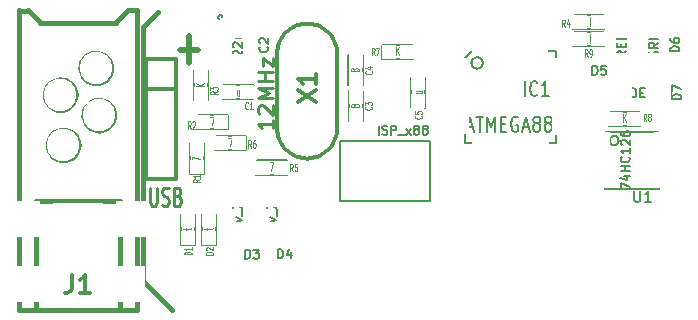
<source format=gto>
G04 (created by PCBNEW-RS274X (2011-11-27 BZR 3249)-stable) date 13/09/2012 10:30:00 a.m.*
G01*
G70*
G90*
%MOIN*%
G04 Gerber Fmt 3.4, Leading zero omitted, Abs format*
%FSLAX34Y34*%
G04 APERTURE LIST*
%ADD10C,0.006000*%
%ADD11C,0.019700*%
%ADD12C,0.015000*%
%ADD13C,0.005000*%
%ADD14C,0.008000*%
%ADD15C,0.012500*%
%ADD16C,0.012000*%
%ADD17C,0.005900*%
%ADD18C,0.007100*%
%ADD19C,0.009800*%
%ADD20C,0.010000*%
%ADD21C,0.003900*%
%ADD22C,0.004500*%
%ADD23R,0.075000X0.037000*%
%ADD24C,0.055400*%
%ADD25R,0.098700X0.118400*%
%ADD26R,0.039700X0.110600*%
%ADD27C,0.108600*%
%ADD28C,0.197500*%
%ADD29C,0.173900*%
%ADD30C,0.076000*%
%ADD31R,0.080000X0.080000*%
%ADD32C,0.080000*%
%ADD33R,0.051500X0.045000*%
%ADD34R,0.100000X0.080000*%
%ADD35R,0.080000X0.100000*%
%ADD36R,0.120000X0.070000*%
%ADD37R,0.098700X0.037700*%
%ADD38R,0.037700X0.098700*%
%ADD39R,0.045000X0.051500*%
G04 APERTURE END LIST*
G54D10*
G54D11*
X06157Y-01563D02*
X06757Y-01563D01*
X06457Y-02013D02*
X06457Y-01113D01*
G54D12*
X04921Y-00787D02*
X05413Y-00295D01*
X04921Y-09252D02*
X04921Y-00787D01*
X05906Y-10236D02*
X04922Y-09252D01*
X04428Y-00235D02*
X04724Y-00235D01*
X04035Y-00629D02*
X04428Y-00236D01*
X01476Y-00668D02*
X04035Y-00668D01*
X01083Y-00236D02*
X01476Y-00629D01*
X00787Y-00276D02*
X01083Y-00276D01*
X00788Y-10236D02*
X00788Y-00235D01*
X04725Y-10236D02*
X00788Y-10236D01*
X04724Y-00235D02*
X04724Y-10236D01*
G54D13*
X20778Y-04582D02*
X20775Y-04611D01*
X20766Y-04639D01*
X20752Y-04665D01*
X20734Y-04687D01*
X20711Y-04706D01*
X20686Y-04720D01*
X20658Y-04728D01*
X20629Y-04731D01*
X20600Y-04729D01*
X20572Y-04721D01*
X20546Y-04707D01*
X20524Y-04689D01*
X20505Y-04666D01*
X20491Y-04641D01*
X20482Y-04613D01*
X20479Y-04584D01*
X20481Y-04555D01*
X20489Y-04527D01*
X20502Y-04501D01*
X20521Y-04478D01*
X20543Y-04459D01*
X20568Y-04445D01*
X20596Y-04436D01*
X20625Y-04433D01*
X20654Y-04435D01*
X20682Y-04443D01*
X20708Y-04456D01*
X20731Y-04474D01*
X20750Y-04496D01*
X20765Y-04521D01*
X20774Y-04549D01*
X20777Y-04578D01*
X20778Y-04582D01*
G54D14*
X20328Y-04282D02*
X20328Y-06182D01*
X20328Y-06182D02*
X22128Y-06182D01*
X22128Y-06182D02*
X22128Y-04282D01*
X22128Y-04282D02*
X20328Y-04282D01*
G54D12*
X04154Y-06614D02*
X01358Y-06614D01*
X01358Y-06614D02*
X01358Y-10236D01*
X01358Y-10236D02*
X04154Y-10236D01*
X04154Y-10236D02*
X04154Y-06614D01*
X02677Y-03053D02*
X02667Y-03152D01*
X02638Y-03247D01*
X02591Y-03335D01*
X02528Y-03413D01*
X02451Y-03476D01*
X02364Y-03524D01*
X02268Y-03553D01*
X02169Y-03563D01*
X02071Y-03554D01*
X01975Y-03526D01*
X01887Y-03480D01*
X01809Y-03418D01*
X01745Y-03341D01*
X01697Y-03254D01*
X01667Y-03159D01*
X01656Y-03060D01*
X01664Y-02961D01*
X01691Y-02865D01*
X01737Y-02777D01*
X01799Y-02699D01*
X01875Y-02634D01*
X01962Y-02585D01*
X02057Y-02554D01*
X02156Y-02543D01*
X02254Y-02550D01*
X02350Y-02577D01*
X02439Y-02622D01*
X02518Y-02683D01*
X02583Y-02759D01*
X02632Y-02846D01*
X02664Y-02940D01*
X02676Y-03039D01*
X02677Y-03053D01*
G54D15*
X11398Y-04182D02*
X11398Y-01682D01*
X09398Y-04182D02*
X09398Y-01682D01*
X10398Y-00682D02*
X10311Y-00686D01*
X10225Y-00698D01*
X10140Y-00717D01*
X10056Y-00743D01*
X09976Y-00776D01*
X09899Y-00816D01*
X09825Y-00863D01*
X09756Y-00916D01*
X09691Y-00975D01*
X09632Y-01040D01*
X09579Y-01109D01*
X09532Y-01183D01*
X09492Y-01260D01*
X09459Y-01340D01*
X09433Y-01424D01*
X09414Y-01509D01*
X09402Y-01595D01*
X09398Y-01682D01*
X11398Y-01682D02*
X11394Y-01595D01*
X11382Y-01509D01*
X11363Y-01424D01*
X11337Y-01340D01*
X11304Y-01260D01*
X11264Y-01183D01*
X11217Y-01109D01*
X11164Y-01040D01*
X11105Y-00975D01*
X11040Y-00916D01*
X10971Y-00863D01*
X10898Y-00816D01*
X10820Y-00776D01*
X10740Y-00743D01*
X10656Y-00717D01*
X10571Y-00698D01*
X10485Y-00686D01*
X10398Y-00682D01*
X09398Y-04182D02*
X09402Y-04269D01*
X09414Y-04355D01*
X09433Y-04440D01*
X09459Y-04524D01*
X09492Y-04604D01*
X09532Y-04681D01*
X09579Y-04755D01*
X09632Y-04824D01*
X09691Y-04889D01*
X09756Y-04948D01*
X09825Y-05001D01*
X09899Y-05048D01*
X09976Y-05088D01*
X10056Y-05121D01*
X10140Y-05147D01*
X10225Y-05166D01*
X10311Y-05178D01*
X10398Y-05182D01*
X10398Y-05182D02*
X10485Y-05178D01*
X10571Y-05166D01*
X10656Y-05147D01*
X10740Y-05121D01*
X10820Y-05088D01*
X10898Y-05048D01*
X10971Y-05001D01*
X11040Y-04948D01*
X11105Y-04889D01*
X11164Y-04824D01*
X11217Y-04755D01*
X11264Y-04681D01*
X11304Y-04604D01*
X11337Y-04524D01*
X11363Y-04440D01*
X11382Y-04355D01*
X11394Y-04269D01*
X11398Y-04182D01*
G54D14*
X14478Y-06592D02*
X11478Y-06592D01*
X11478Y-04592D02*
X14478Y-04592D01*
X14478Y-04592D02*
X14478Y-06592D01*
X11478Y-06592D02*
X11478Y-04592D01*
G54D16*
X06038Y-01852D02*
X06038Y-01852D01*
X05038Y-01852D02*
X06038Y-01852D01*
X06038Y-01852D02*
X06038Y-01852D01*
X06038Y-01852D02*
X06038Y-05852D01*
X06038Y-05852D02*
X05038Y-05852D01*
X05038Y-05852D02*
X05038Y-01852D01*
X05038Y-02852D02*
X06038Y-02852D01*
G54D12*
X02775Y-04726D02*
X02765Y-04825D01*
X02736Y-04920D01*
X02689Y-05008D01*
X02626Y-05086D01*
X02549Y-05149D01*
X02462Y-05197D01*
X02366Y-05226D01*
X02267Y-05236D01*
X02169Y-05227D01*
X02073Y-05199D01*
X01985Y-05153D01*
X01907Y-05091D01*
X01843Y-05014D01*
X01795Y-04927D01*
X01765Y-04832D01*
X01754Y-04733D01*
X01762Y-04634D01*
X01789Y-04538D01*
X01835Y-04450D01*
X01897Y-04372D01*
X01973Y-04307D01*
X02060Y-04258D01*
X02155Y-04227D01*
X02254Y-04216D01*
X02352Y-04223D01*
X02448Y-04250D01*
X02537Y-04295D01*
X02616Y-04356D01*
X02681Y-04432D01*
X02730Y-04519D01*
X02762Y-04613D01*
X02774Y-04712D01*
X02775Y-04726D01*
X03956Y-03742D02*
X03946Y-03841D01*
X03917Y-03936D01*
X03870Y-04024D01*
X03807Y-04102D01*
X03730Y-04165D01*
X03643Y-04213D01*
X03547Y-04242D01*
X03448Y-04252D01*
X03350Y-04243D01*
X03254Y-04215D01*
X03166Y-04169D01*
X03088Y-04107D01*
X03024Y-04030D01*
X02976Y-03943D01*
X02946Y-03848D01*
X02935Y-03749D01*
X02943Y-03650D01*
X02970Y-03554D01*
X03016Y-03466D01*
X03078Y-03388D01*
X03154Y-03323D01*
X03241Y-03274D01*
X03336Y-03243D01*
X03435Y-03232D01*
X03533Y-03239D01*
X03629Y-03266D01*
X03718Y-03311D01*
X03797Y-03372D01*
X03862Y-03448D01*
X03911Y-03535D01*
X03943Y-03629D01*
X03955Y-03728D01*
X03956Y-03742D01*
X03858Y-02167D02*
X03848Y-02266D01*
X03819Y-02361D01*
X03772Y-02449D01*
X03709Y-02527D01*
X03632Y-02590D01*
X03545Y-02638D01*
X03449Y-02667D01*
X03350Y-02677D01*
X03252Y-02668D01*
X03156Y-02640D01*
X03068Y-02594D01*
X02990Y-02532D01*
X02926Y-02455D01*
X02878Y-02368D01*
X02848Y-02273D01*
X02837Y-02174D01*
X02845Y-02075D01*
X02872Y-01979D01*
X02918Y-01891D01*
X02980Y-01813D01*
X03056Y-01748D01*
X03143Y-01699D01*
X03238Y-01668D01*
X03337Y-01657D01*
X03435Y-01664D01*
X03531Y-01691D01*
X03620Y-01736D01*
X03699Y-01797D01*
X03764Y-01873D01*
X03813Y-01960D01*
X03845Y-02054D01*
X03857Y-02153D01*
X03858Y-02167D01*
G54D17*
X06644Y-07178D02*
X06211Y-07178D01*
G54D13*
X06654Y-08054D02*
X06654Y-07050D01*
X06182Y-07030D02*
X06182Y-08054D01*
X06182Y-08054D02*
X06654Y-08054D01*
X06186Y-07041D02*
X06646Y-07041D01*
G54D17*
X07364Y-07178D02*
X06931Y-07178D01*
G54D13*
X07374Y-08054D02*
X07374Y-07050D01*
X06902Y-07030D02*
X06902Y-08054D01*
X06902Y-08054D02*
X07374Y-08054D01*
X06906Y-07041D02*
X07366Y-07041D01*
G54D18*
X08531Y-06265D02*
X07665Y-06265D01*
G54D13*
X07638Y-08052D02*
X08538Y-08052D01*
X08538Y-08052D02*
X08538Y-07402D01*
X07638Y-06702D02*
X07638Y-06052D01*
X07638Y-06052D02*
X08538Y-06052D01*
X08538Y-06052D02*
X08538Y-06702D01*
X07638Y-07402D02*
X07638Y-08052D01*
G54D18*
X09671Y-06255D02*
X08815Y-06255D01*
G54D13*
X08788Y-08052D02*
X09688Y-08052D01*
X09688Y-08052D02*
X09688Y-07402D01*
X08788Y-06702D02*
X08788Y-06052D01*
X08788Y-06052D02*
X09688Y-06052D01*
X09688Y-06052D02*
X09688Y-06702D01*
X08788Y-07402D02*
X08788Y-08052D01*
G54D18*
X22236Y-03436D02*
X22236Y-02609D01*
G54D13*
X20488Y-02572D02*
X20488Y-03472D01*
X20488Y-03472D02*
X21138Y-03472D01*
X21838Y-02572D02*
X22488Y-02572D01*
X22488Y-02572D02*
X22488Y-03472D01*
X22488Y-03472D02*
X21838Y-03472D01*
X21138Y-02572D02*
X20488Y-02572D01*
G54D18*
X21525Y-02199D02*
X22401Y-02199D01*
G54D13*
X22418Y-00402D02*
X21518Y-00402D01*
X21518Y-00402D02*
X21518Y-01052D01*
X22418Y-01752D02*
X22418Y-02402D01*
X22418Y-02402D02*
X21518Y-02402D01*
X21518Y-02402D02*
X21518Y-01752D01*
X22418Y-01052D02*
X22418Y-00402D01*
G54D18*
X20465Y-02209D02*
X21341Y-02209D01*
G54D13*
X21358Y-00402D02*
X20458Y-00402D01*
X20458Y-00402D02*
X20458Y-01052D01*
X21358Y-01752D02*
X21358Y-02402D01*
X21358Y-02402D02*
X20458Y-02402D01*
X20458Y-02402D02*
X20458Y-01752D01*
X21358Y-01052D02*
X21358Y-00402D01*
X07568Y-00472D02*
X07566Y-00485D01*
X07562Y-00498D01*
X07556Y-00510D01*
X07547Y-00521D01*
X07537Y-00530D01*
X07525Y-00536D01*
X07512Y-00540D01*
X07498Y-00541D01*
X07485Y-00540D01*
X07472Y-00536D01*
X07460Y-00530D01*
X07450Y-00522D01*
X07441Y-00511D01*
X07434Y-00499D01*
X07430Y-00486D01*
X07429Y-00472D01*
X07430Y-00460D01*
X07433Y-00447D01*
X07440Y-00435D01*
X07448Y-00424D01*
X07459Y-00415D01*
X07470Y-00408D01*
X07483Y-00404D01*
X07497Y-00403D01*
X07510Y-00404D01*
X07523Y-00407D01*
X07535Y-00413D01*
X07546Y-00422D01*
X07555Y-00432D01*
X07561Y-00444D01*
X07566Y-00457D01*
X07567Y-00471D01*
X07568Y-00472D01*
X08648Y-01122D02*
X08648Y-00522D01*
X08648Y-00522D02*
X07548Y-00522D01*
X07548Y-00522D02*
X07548Y-01122D01*
X07548Y-01722D02*
X07548Y-02322D01*
X07548Y-02322D02*
X08648Y-02322D01*
X08648Y-02322D02*
X08648Y-01722D01*
G54D10*
X19158Y-04212D02*
X18708Y-04212D01*
X19158Y-02032D02*
X18718Y-02032D01*
X19158Y-04212D02*
X19158Y-02032D01*
X18278Y-04682D02*
X18278Y-05112D01*
X16068Y-04692D02*
X16068Y-05112D01*
X16058Y-05112D02*
X18278Y-05122D01*
X16078Y-01142D02*
X18248Y-01132D01*
X15648Y-01832D02*
X15648Y-04662D01*
X18258Y-01142D02*
X18258Y-01552D01*
X15898Y-01592D02*
X18678Y-01592D01*
X18698Y-04672D02*
X18698Y-01632D01*
X15648Y-04672D02*
X18648Y-04672D01*
X15198Y-02002D02*
X15198Y-04222D01*
X15198Y-04222D02*
X15648Y-04222D01*
X15652Y-01822D02*
X15882Y-01592D01*
X15200Y-02002D02*
X15652Y-02002D01*
X16078Y-01592D02*
X16078Y-01140D01*
X16248Y-01996D02*
X16244Y-02032D01*
X16233Y-02067D01*
X16216Y-02100D01*
X16193Y-02128D01*
X16165Y-02151D01*
X16132Y-02169D01*
X16097Y-02180D01*
X16061Y-02183D01*
X16025Y-02180D01*
X15990Y-02170D01*
X15958Y-02153D01*
X15929Y-02130D01*
X15905Y-02102D01*
X15888Y-02070D01*
X15877Y-02035D01*
X15873Y-01998D01*
X15876Y-01963D01*
X15886Y-01927D01*
X15902Y-01895D01*
X15925Y-01866D01*
X15953Y-01842D01*
X15985Y-01824D01*
X16020Y-01813D01*
X16057Y-01809D01*
X16092Y-01811D01*
X16127Y-01821D01*
X16160Y-01838D01*
X16189Y-01860D01*
X16213Y-01888D01*
X16231Y-01920D01*
X16243Y-01955D01*
X16247Y-01991D01*
X16248Y-01996D01*
G54D13*
X20290Y-00406D02*
X19286Y-00406D01*
X19266Y-00878D02*
X20290Y-00878D01*
X20290Y-00878D02*
X20290Y-00406D01*
X19277Y-00874D02*
X19277Y-00414D01*
X20290Y-00976D02*
X19286Y-00976D01*
X19266Y-01448D02*
X20290Y-01448D01*
X20290Y-01448D02*
X20290Y-00976D01*
X19277Y-01444D02*
X19277Y-00984D01*
X06954Y-05684D02*
X06954Y-04680D01*
X06482Y-04660D02*
X06482Y-05684D01*
X06482Y-05684D02*
X06954Y-05684D01*
X06486Y-04671D02*
X06946Y-04671D01*
X07750Y-03716D02*
X06746Y-03716D01*
X06726Y-04188D02*
X07750Y-04188D01*
X07750Y-04188D02*
X07750Y-03716D01*
X06737Y-04184D02*
X06737Y-03724D01*
X09730Y-05246D02*
X08726Y-05246D01*
X08706Y-05718D02*
X09730Y-05718D01*
X09730Y-05718D02*
X09730Y-05246D01*
X08717Y-05714D02*
X08717Y-05254D01*
X08350Y-04416D02*
X07346Y-04416D01*
X07326Y-04888D02*
X08350Y-04888D01*
X08350Y-04888D02*
X08350Y-04416D01*
X07337Y-04884D02*
X07337Y-04424D01*
X12254Y-03934D02*
X12254Y-02930D01*
X11782Y-02910D02*
X11782Y-03934D01*
X11782Y-03934D02*
X12254Y-03934D01*
X11786Y-02921D02*
X12246Y-02921D01*
X07586Y-03208D02*
X08590Y-03208D01*
X08610Y-02736D02*
X07586Y-02736D01*
X07586Y-02736D02*
X07586Y-03208D01*
X08599Y-02740D02*
X08599Y-03200D01*
X06622Y-02220D02*
X06622Y-03224D01*
X07094Y-03244D02*
X07094Y-02220D01*
X07094Y-02220D02*
X06622Y-02220D01*
X07090Y-03233D02*
X06630Y-03233D01*
X11772Y-01720D02*
X11772Y-02724D01*
X12244Y-02744D02*
X12244Y-01720D01*
X12244Y-01720D02*
X11772Y-01720D01*
X12240Y-02733D02*
X11780Y-02733D01*
X12906Y-01858D02*
X13910Y-01858D01*
X13930Y-01386D02*
X12906Y-01386D01*
X12906Y-01386D02*
X12906Y-01858D01*
X13919Y-01390D02*
X13919Y-01850D01*
X21496Y-03622D02*
X20492Y-03622D01*
X20472Y-04094D02*
X21496Y-04094D01*
X21496Y-04094D02*
X21496Y-03622D01*
X20483Y-04090D02*
X20483Y-03630D01*
X13862Y-02460D02*
X13862Y-03464D01*
X14334Y-03484D02*
X14334Y-02460D01*
X14334Y-02460D02*
X13862Y-02460D01*
X14330Y-03473D02*
X13870Y-03473D01*
G54D14*
X21300Y-06281D02*
X21300Y-06564D01*
X21317Y-06597D01*
X21334Y-06614D01*
X21367Y-06631D01*
X21434Y-06631D01*
X21467Y-06614D01*
X21484Y-06597D01*
X21500Y-06564D01*
X21500Y-06281D01*
X21851Y-06631D02*
X21651Y-06631D01*
X21751Y-06631D02*
X21751Y-06281D01*
X21717Y-06331D01*
X21684Y-06364D01*
X21651Y-06381D01*
G54D13*
X20849Y-06211D02*
X20849Y-06011D01*
X21149Y-06140D01*
X20949Y-05768D02*
X21149Y-05768D01*
X20835Y-05839D02*
X21049Y-05911D01*
X21049Y-05725D01*
X21149Y-05611D02*
X20849Y-05611D01*
X20992Y-05611D02*
X20992Y-05439D01*
X21149Y-05439D02*
X20849Y-05439D01*
X21121Y-05125D02*
X21135Y-05139D01*
X21149Y-05182D01*
X21149Y-05211D01*
X21135Y-05254D01*
X21107Y-05282D01*
X21078Y-05297D01*
X21021Y-05311D01*
X20978Y-05311D01*
X20921Y-05297D01*
X20892Y-05282D01*
X20864Y-05254D01*
X20849Y-05211D01*
X20849Y-05182D01*
X20864Y-05139D01*
X20878Y-05125D01*
X21149Y-04839D02*
X21149Y-05011D01*
X21149Y-04925D02*
X20849Y-04925D01*
X20892Y-04954D01*
X20921Y-04982D01*
X20935Y-05011D01*
X20878Y-04725D02*
X20864Y-04711D01*
X20849Y-04682D01*
X20849Y-04611D01*
X20864Y-04582D01*
X20878Y-04568D01*
X20907Y-04553D01*
X20935Y-04553D01*
X20978Y-04568D01*
X21149Y-04739D01*
X21149Y-04553D01*
X20849Y-04296D02*
X20849Y-04353D01*
X20864Y-04382D01*
X20878Y-04396D01*
X20921Y-04425D01*
X20978Y-04439D01*
X21092Y-04439D01*
X21121Y-04425D01*
X21135Y-04410D01*
X21149Y-04382D01*
X21149Y-04325D01*
X21135Y-04296D01*
X21121Y-04282D01*
X21092Y-04267D01*
X21021Y-04267D01*
X20992Y-04282D01*
X20978Y-04296D01*
X20964Y-04325D01*
X20964Y-04382D01*
X20978Y-04410D01*
X20992Y-04425D01*
X21021Y-04439D01*
G54D16*
X02556Y-09072D02*
X02556Y-09500D01*
X02528Y-09586D01*
X02471Y-09643D01*
X02385Y-09672D01*
X02328Y-09672D01*
X03156Y-09672D02*
X02813Y-09672D01*
X02985Y-09672D02*
X02985Y-09072D01*
X02928Y-09158D01*
X02870Y-09215D01*
X02813Y-09243D01*
X10095Y-03312D02*
X10695Y-02912D01*
X10095Y-02912D02*
X10695Y-03312D01*
X10695Y-02370D02*
X10695Y-02713D01*
X10695Y-02541D02*
X10095Y-02541D01*
X10181Y-02598D01*
X10238Y-02656D01*
X10266Y-02713D01*
G54D19*
X09262Y-03889D02*
X09262Y-04181D01*
X09262Y-04035D02*
X08750Y-04035D01*
X08823Y-04084D01*
X08872Y-04133D01*
X08897Y-04181D01*
X08799Y-03693D02*
X08775Y-03669D01*
X08750Y-03620D01*
X08750Y-03498D01*
X08775Y-03450D01*
X08799Y-03425D01*
X08848Y-03401D01*
X08897Y-03401D01*
X08970Y-03425D01*
X09262Y-03718D01*
X09262Y-03401D01*
X09262Y-03181D02*
X08750Y-03181D01*
X09116Y-03010D01*
X08750Y-02840D01*
X09262Y-02840D01*
X09262Y-02596D02*
X08750Y-02596D01*
X08994Y-02596D02*
X08994Y-02304D01*
X09262Y-02304D02*
X08750Y-02304D01*
X08921Y-02109D02*
X08921Y-01841D01*
X09262Y-02109D01*
X09262Y-01841D01*
G54D17*
X12775Y-04385D02*
X12775Y-04086D01*
X12903Y-04370D02*
X12946Y-04385D01*
X13017Y-04385D01*
X13045Y-04370D01*
X13060Y-04356D01*
X13074Y-04328D01*
X13074Y-04299D01*
X13060Y-04271D01*
X13045Y-04256D01*
X13017Y-04242D01*
X12960Y-04228D01*
X12931Y-04214D01*
X12917Y-04199D01*
X12903Y-04171D01*
X12903Y-04142D01*
X12917Y-04114D01*
X12931Y-04100D01*
X12960Y-04086D01*
X13031Y-04086D01*
X13074Y-04100D01*
X13202Y-04385D02*
X13202Y-04086D01*
X13316Y-04086D01*
X13345Y-04100D01*
X13359Y-04114D01*
X13373Y-04142D01*
X13373Y-04185D01*
X13359Y-04214D01*
X13345Y-04228D01*
X13316Y-04242D01*
X13202Y-04242D01*
X13430Y-04413D02*
X13658Y-04413D01*
X13701Y-04385D02*
X13857Y-04185D01*
X13701Y-04185D02*
X13857Y-04385D01*
X14014Y-04214D02*
X13985Y-04199D01*
X13971Y-04185D01*
X13957Y-04157D01*
X13957Y-04142D01*
X13971Y-04114D01*
X13985Y-04100D01*
X14014Y-04086D01*
X14071Y-04086D01*
X14099Y-04100D01*
X14114Y-04114D01*
X14128Y-04142D01*
X14128Y-04157D01*
X14114Y-04185D01*
X14099Y-04199D01*
X14071Y-04214D01*
X14014Y-04214D01*
X13985Y-04228D01*
X13971Y-04242D01*
X13957Y-04271D01*
X13957Y-04328D01*
X13971Y-04356D01*
X13985Y-04370D01*
X14014Y-04385D01*
X14071Y-04385D01*
X14099Y-04370D01*
X14114Y-04356D01*
X14128Y-04328D01*
X14128Y-04271D01*
X14114Y-04242D01*
X14099Y-04228D01*
X14071Y-04214D01*
X14299Y-04214D02*
X14270Y-04199D01*
X14256Y-04185D01*
X14242Y-04157D01*
X14242Y-04142D01*
X14256Y-04114D01*
X14270Y-04100D01*
X14299Y-04086D01*
X14356Y-04086D01*
X14384Y-04100D01*
X14399Y-04114D01*
X14413Y-04142D01*
X14413Y-04157D01*
X14399Y-04185D01*
X14384Y-04199D01*
X14356Y-04214D01*
X14299Y-04214D01*
X14270Y-04228D01*
X14256Y-04242D01*
X14242Y-04271D01*
X14242Y-04328D01*
X14256Y-04356D01*
X14270Y-04370D01*
X14299Y-04385D01*
X14356Y-04385D01*
X14384Y-04370D01*
X14399Y-04356D01*
X14413Y-04328D01*
X14413Y-04271D01*
X14399Y-04242D01*
X14384Y-04228D01*
X14356Y-04214D01*
G54D20*
X05158Y-06150D02*
X05158Y-06636D01*
X05177Y-06693D01*
X05196Y-06721D01*
X05234Y-06750D01*
X05311Y-06750D01*
X05349Y-06721D01*
X05368Y-06693D01*
X05387Y-06636D01*
X05387Y-06150D01*
X05558Y-06721D02*
X05615Y-06750D01*
X05711Y-06750D01*
X05749Y-06721D01*
X05768Y-06693D01*
X05787Y-06636D01*
X05787Y-06578D01*
X05768Y-06521D01*
X05749Y-06493D01*
X05711Y-06464D01*
X05634Y-06436D01*
X05596Y-06407D01*
X05577Y-06378D01*
X05558Y-06321D01*
X05558Y-06264D01*
X05577Y-06207D01*
X05596Y-06178D01*
X05634Y-06150D01*
X05730Y-06150D01*
X05787Y-06178D01*
X06092Y-06436D02*
X06149Y-06464D01*
X06168Y-06493D01*
X06187Y-06550D01*
X06187Y-06636D01*
X06168Y-06693D01*
X06149Y-06721D01*
X06111Y-06750D01*
X05958Y-06750D01*
X05958Y-06150D01*
X06092Y-06150D01*
X06130Y-06178D01*
X06149Y-06207D01*
X06168Y-06264D01*
X06168Y-06321D01*
X06149Y-06378D01*
X06130Y-06407D01*
X06092Y-06436D01*
X05958Y-06436D01*
G54D21*
X06541Y-08380D02*
X06300Y-08380D01*
X06300Y-08342D01*
X06312Y-08320D01*
X06334Y-08305D01*
X06357Y-08297D01*
X06403Y-08290D01*
X06438Y-08290D01*
X06484Y-08297D01*
X06507Y-08305D01*
X06530Y-08320D01*
X06541Y-08342D01*
X06541Y-08380D01*
X06541Y-08140D02*
X06541Y-08230D01*
X06541Y-08185D02*
X06300Y-08185D01*
X06334Y-08200D01*
X06357Y-08215D01*
X06369Y-08230D01*
G54D22*
X06518Y-07863D02*
X06531Y-07837D01*
X06531Y-07794D01*
X06518Y-07777D01*
X06505Y-07768D01*
X06478Y-07760D01*
X06451Y-07760D01*
X06425Y-07768D01*
X06411Y-07777D01*
X06398Y-07794D01*
X06385Y-07828D01*
X06371Y-07846D01*
X06358Y-07854D01*
X06331Y-07863D01*
X06305Y-07863D01*
X06278Y-07854D01*
X06265Y-07846D01*
X06251Y-07828D01*
X06251Y-07786D01*
X06265Y-07760D01*
X06518Y-07606D02*
X06531Y-07623D01*
X06531Y-07657D01*
X06518Y-07675D01*
X06505Y-07683D01*
X06478Y-07692D01*
X06398Y-07692D01*
X06371Y-07683D01*
X06358Y-07675D01*
X06345Y-07657D01*
X06345Y-07623D01*
X06358Y-07606D01*
X06345Y-07555D02*
X06345Y-07486D01*
X06251Y-07529D02*
X06491Y-07529D01*
X06518Y-07521D01*
X06531Y-07503D01*
X06531Y-07486D01*
X06531Y-07426D02*
X06251Y-07426D01*
X06425Y-07409D02*
X06531Y-07358D01*
X06345Y-07358D02*
X06451Y-07426D01*
X06345Y-07297D02*
X06531Y-07254D01*
X06345Y-07212D02*
X06531Y-07254D01*
X06598Y-07272D01*
X06611Y-07280D01*
X06625Y-07297D01*
G54D21*
X07262Y-08388D02*
X07021Y-08388D01*
X07021Y-08350D01*
X07033Y-08328D01*
X07055Y-08313D01*
X07078Y-08305D01*
X07124Y-08298D01*
X07159Y-08298D01*
X07205Y-08305D01*
X07228Y-08313D01*
X07251Y-08328D01*
X07262Y-08350D01*
X07262Y-08388D01*
X07044Y-08238D02*
X07033Y-08231D01*
X07021Y-08216D01*
X07021Y-08178D01*
X07033Y-08163D01*
X07044Y-08156D01*
X07067Y-08148D01*
X07090Y-08148D01*
X07124Y-08156D01*
X07262Y-08246D01*
X07262Y-08148D01*
G54D22*
X07238Y-07863D02*
X07251Y-07837D01*
X07251Y-07794D01*
X07238Y-07777D01*
X07225Y-07768D01*
X07198Y-07760D01*
X07171Y-07760D01*
X07145Y-07768D01*
X07131Y-07777D01*
X07118Y-07794D01*
X07105Y-07828D01*
X07091Y-07846D01*
X07078Y-07854D01*
X07051Y-07863D01*
X07025Y-07863D01*
X06998Y-07854D01*
X06985Y-07846D01*
X06971Y-07828D01*
X06971Y-07786D01*
X06985Y-07760D01*
X07238Y-07606D02*
X07251Y-07623D01*
X07251Y-07657D01*
X07238Y-07675D01*
X07225Y-07683D01*
X07198Y-07692D01*
X07118Y-07692D01*
X07091Y-07683D01*
X07078Y-07675D01*
X07065Y-07657D01*
X07065Y-07623D01*
X07078Y-07606D01*
X07065Y-07555D02*
X07065Y-07486D01*
X06971Y-07529D02*
X07211Y-07529D01*
X07238Y-07521D01*
X07251Y-07503D01*
X07251Y-07486D01*
X07251Y-07426D02*
X06971Y-07426D01*
X07145Y-07409D02*
X07251Y-07358D01*
X07065Y-07358D02*
X07171Y-07426D01*
X07065Y-07297D02*
X07251Y-07254D01*
X07065Y-07212D02*
X07251Y-07254D01*
X07318Y-07272D01*
X07331Y-07280D01*
X07345Y-07297D01*
G54D13*
X08333Y-08519D02*
X08333Y-08219D01*
X08405Y-08219D01*
X08448Y-08234D01*
X08476Y-08262D01*
X08491Y-08291D01*
X08505Y-08348D01*
X08505Y-08391D01*
X08491Y-08448D01*
X08476Y-08477D01*
X08448Y-08505D01*
X08405Y-08519D01*
X08333Y-08519D01*
X08605Y-08219D02*
X08791Y-08219D01*
X08691Y-08334D01*
X08733Y-08334D01*
X08762Y-08348D01*
X08776Y-08362D01*
X08791Y-08391D01*
X08791Y-08462D01*
X08776Y-08491D01*
X08762Y-08505D01*
X08733Y-08519D01*
X08648Y-08519D01*
X08619Y-08505D01*
X08605Y-08491D01*
X07909Y-08002D02*
X07909Y-07816D01*
X08024Y-07916D01*
X08024Y-07874D01*
X08038Y-07845D01*
X08052Y-07831D01*
X08081Y-07816D01*
X08152Y-07816D01*
X08181Y-07831D01*
X08195Y-07845D01*
X08209Y-07874D01*
X08209Y-07959D01*
X08195Y-07988D01*
X08181Y-08002D01*
X08181Y-07688D02*
X08195Y-07673D01*
X08209Y-07688D01*
X08195Y-07702D01*
X08181Y-07688D01*
X08209Y-07688D01*
X07909Y-07416D02*
X07909Y-07473D01*
X07924Y-07502D01*
X07938Y-07516D01*
X07981Y-07545D01*
X08038Y-07559D01*
X08152Y-07559D01*
X08181Y-07545D01*
X08195Y-07530D01*
X08209Y-07502D01*
X08209Y-07445D01*
X08195Y-07416D01*
X08181Y-07402D01*
X08152Y-07387D01*
X08081Y-07387D01*
X08052Y-07402D01*
X08038Y-07416D01*
X08024Y-07445D01*
X08024Y-07502D01*
X08038Y-07530D01*
X08052Y-07545D01*
X08081Y-07559D01*
X08009Y-07287D02*
X08209Y-07216D01*
X08009Y-07144D01*
X08238Y-07101D02*
X08238Y-06872D01*
X07909Y-06829D02*
X07909Y-06629D01*
X08209Y-06829D01*
X08209Y-06629D01*
X08195Y-06400D02*
X08209Y-06429D01*
X08209Y-06486D01*
X08195Y-06515D01*
X08167Y-06529D01*
X08052Y-06529D01*
X08024Y-06515D01*
X08009Y-06486D01*
X08009Y-06429D01*
X08024Y-06400D01*
X08052Y-06386D01*
X08081Y-06386D01*
X08109Y-06529D01*
X08009Y-06258D02*
X08209Y-06258D01*
X08038Y-06258D02*
X08024Y-06243D01*
X08009Y-06215D01*
X08009Y-06172D01*
X08024Y-06143D01*
X08052Y-06129D01*
X08209Y-06129D01*
X09431Y-08511D02*
X09431Y-08211D01*
X09503Y-08211D01*
X09546Y-08226D01*
X09574Y-08254D01*
X09589Y-08283D01*
X09603Y-08340D01*
X09603Y-08383D01*
X09589Y-08440D01*
X09574Y-08469D01*
X09546Y-08497D01*
X09503Y-08511D01*
X09431Y-08511D01*
X09860Y-08311D02*
X09860Y-08511D01*
X09789Y-08197D02*
X09717Y-08411D01*
X09903Y-08411D01*
X09059Y-08002D02*
X09059Y-07816D01*
X09174Y-07916D01*
X09174Y-07874D01*
X09188Y-07845D01*
X09202Y-07831D01*
X09231Y-07816D01*
X09302Y-07816D01*
X09331Y-07831D01*
X09345Y-07845D01*
X09359Y-07874D01*
X09359Y-07959D01*
X09345Y-07988D01*
X09331Y-08002D01*
X09331Y-07688D02*
X09345Y-07673D01*
X09359Y-07688D01*
X09345Y-07702D01*
X09331Y-07688D01*
X09359Y-07688D01*
X09059Y-07416D02*
X09059Y-07473D01*
X09074Y-07502D01*
X09088Y-07516D01*
X09131Y-07545D01*
X09188Y-07559D01*
X09302Y-07559D01*
X09331Y-07545D01*
X09345Y-07530D01*
X09359Y-07502D01*
X09359Y-07445D01*
X09345Y-07416D01*
X09331Y-07402D01*
X09302Y-07387D01*
X09231Y-07387D01*
X09202Y-07402D01*
X09188Y-07416D01*
X09174Y-07445D01*
X09174Y-07502D01*
X09188Y-07530D01*
X09202Y-07545D01*
X09231Y-07559D01*
X09159Y-07287D02*
X09359Y-07216D01*
X09159Y-07144D01*
X09388Y-07101D02*
X09388Y-06872D01*
X09059Y-06829D02*
X09059Y-06629D01*
X09359Y-06829D01*
X09359Y-06629D01*
X09345Y-06400D02*
X09359Y-06429D01*
X09359Y-06486D01*
X09345Y-06515D01*
X09317Y-06529D01*
X09202Y-06529D01*
X09174Y-06515D01*
X09159Y-06486D01*
X09159Y-06429D01*
X09174Y-06400D01*
X09202Y-06386D01*
X09231Y-06386D01*
X09259Y-06529D01*
X09159Y-06258D02*
X09359Y-06258D01*
X09188Y-06258D02*
X09174Y-06243D01*
X09159Y-06215D01*
X09159Y-06172D01*
X09174Y-06143D01*
X09202Y-06129D01*
X09359Y-06129D01*
X22857Y-03215D02*
X22557Y-03215D01*
X22557Y-03143D01*
X22572Y-03100D01*
X22600Y-03072D01*
X22629Y-03057D01*
X22686Y-03043D01*
X22729Y-03043D01*
X22786Y-03057D01*
X22815Y-03072D01*
X22843Y-03100D01*
X22857Y-03143D01*
X22857Y-03215D01*
X22557Y-02943D02*
X22557Y-02743D01*
X22857Y-02872D01*
X20445Y-03143D02*
X20445Y-02843D01*
X20517Y-02843D01*
X20560Y-02858D01*
X20588Y-02886D01*
X20603Y-02915D01*
X20617Y-02972D01*
X20617Y-03015D01*
X20603Y-03072D01*
X20588Y-03101D01*
X20560Y-03129D01*
X20517Y-03143D01*
X20445Y-03143D01*
X20745Y-03143D02*
X20745Y-02843D01*
X20946Y-02843D02*
X21003Y-02843D01*
X21031Y-02858D01*
X21060Y-02886D01*
X21074Y-02943D01*
X21074Y-03043D01*
X21060Y-03101D01*
X21031Y-03129D01*
X21003Y-03143D01*
X20946Y-03143D01*
X20917Y-03129D01*
X20888Y-03101D01*
X20874Y-03043D01*
X20874Y-02943D01*
X20888Y-02886D01*
X20917Y-02858D01*
X20946Y-02843D01*
X21202Y-03143D02*
X21202Y-02843D01*
X21274Y-02843D01*
X21317Y-02858D01*
X21345Y-02886D01*
X21360Y-02915D01*
X21374Y-02972D01*
X21374Y-03015D01*
X21360Y-03072D01*
X21345Y-03101D01*
X21317Y-03129D01*
X21274Y-03143D01*
X21202Y-03143D01*
X21502Y-02986D02*
X21602Y-02986D01*
X21645Y-03143D02*
X21502Y-03143D01*
X21502Y-02843D01*
X21645Y-02843D01*
X21759Y-03129D02*
X21802Y-03143D01*
X21873Y-03143D01*
X21902Y-03129D01*
X21916Y-03115D01*
X21931Y-03086D01*
X21931Y-03058D01*
X21916Y-03029D01*
X21902Y-03015D01*
X21873Y-03001D01*
X21816Y-02986D01*
X21788Y-02972D01*
X21773Y-02958D01*
X21759Y-02929D01*
X21759Y-02901D01*
X21773Y-02872D01*
X21788Y-02858D01*
X21816Y-02843D01*
X21888Y-02843D01*
X21931Y-02858D01*
X22231Y-03115D02*
X22217Y-03129D01*
X22174Y-03143D01*
X22145Y-03143D01*
X22102Y-03129D01*
X22074Y-03101D01*
X22059Y-03072D01*
X22045Y-03015D01*
X22045Y-02972D01*
X22059Y-02915D01*
X22074Y-02886D01*
X22102Y-02858D01*
X22145Y-02843D01*
X22174Y-02843D01*
X22217Y-02858D01*
X22231Y-02872D01*
X22359Y-03143D02*
X22359Y-02843D01*
X22359Y-02986D02*
X22531Y-02986D01*
X22531Y-03143D02*
X22531Y-02843D01*
X22798Y-01608D02*
X22498Y-01608D01*
X22498Y-01536D01*
X22513Y-01493D01*
X22541Y-01465D01*
X22570Y-01450D01*
X22627Y-01436D01*
X22670Y-01436D01*
X22727Y-01450D01*
X22756Y-01465D01*
X22784Y-01493D01*
X22798Y-01536D01*
X22798Y-01608D01*
X22498Y-01179D02*
X22498Y-01236D01*
X22513Y-01265D01*
X22527Y-01279D01*
X22570Y-01308D01*
X22627Y-01322D01*
X22741Y-01322D01*
X22770Y-01308D01*
X22784Y-01293D01*
X22798Y-01265D01*
X22798Y-01208D01*
X22784Y-01179D01*
X22770Y-01165D01*
X22741Y-01150D01*
X22670Y-01150D01*
X22641Y-01165D01*
X22627Y-01179D01*
X22613Y-01208D01*
X22613Y-01265D01*
X22627Y-01293D01*
X22641Y-01308D01*
X22670Y-01322D01*
X21804Y-01630D02*
X21789Y-01659D01*
X21789Y-01702D01*
X21804Y-01745D01*
X21832Y-01773D01*
X21861Y-01788D01*
X21918Y-01802D01*
X21961Y-01802D01*
X22018Y-01788D01*
X22047Y-01773D01*
X22075Y-01745D01*
X22089Y-01702D01*
X22089Y-01673D01*
X22075Y-01630D01*
X22061Y-01616D01*
X21961Y-01616D01*
X21961Y-01673D01*
X22089Y-01316D02*
X21947Y-01416D01*
X22089Y-01488D02*
X21789Y-01488D01*
X21789Y-01373D01*
X21804Y-01345D01*
X21818Y-01330D01*
X21847Y-01316D01*
X21889Y-01316D01*
X21918Y-01330D01*
X21932Y-01345D01*
X21947Y-01373D01*
X21947Y-01488D01*
X22089Y-01188D02*
X21789Y-01188D01*
X22089Y-01016D01*
X21789Y-01016D01*
X19904Y-02393D02*
X19904Y-02093D01*
X19976Y-02093D01*
X20019Y-02108D01*
X20047Y-02136D01*
X20062Y-02165D01*
X20076Y-02222D01*
X20076Y-02265D01*
X20062Y-02322D01*
X20047Y-02351D01*
X20019Y-02379D01*
X19976Y-02393D01*
X19904Y-02393D01*
X20347Y-02093D02*
X20204Y-02093D01*
X20190Y-02236D01*
X20204Y-02222D01*
X20233Y-02208D01*
X20304Y-02208D01*
X20333Y-02222D01*
X20347Y-02236D01*
X20362Y-02265D01*
X20362Y-02336D01*
X20347Y-02365D01*
X20333Y-02379D01*
X20304Y-02393D01*
X20233Y-02393D01*
X20204Y-02379D01*
X20190Y-02365D01*
X21029Y-01594D02*
X20887Y-01694D01*
X21029Y-01766D02*
X20729Y-01766D01*
X20729Y-01651D01*
X20744Y-01623D01*
X20758Y-01608D01*
X20787Y-01594D01*
X20829Y-01594D01*
X20858Y-01608D01*
X20872Y-01623D01*
X20887Y-01651D01*
X20887Y-01766D01*
X20872Y-01466D02*
X20872Y-01366D01*
X21029Y-01323D02*
X21029Y-01466D01*
X20729Y-01466D01*
X20729Y-01323D01*
X21029Y-01195D02*
X20729Y-01195D01*
X20729Y-01123D01*
X20744Y-01080D01*
X20772Y-01052D01*
X20801Y-01037D01*
X20858Y-01023D01*
X20901Y-01023D01*
X20958Y-01037D01*
X20987Y-01052D01*
X21015Y-01080D01*
X21029Y-01123D01*
X21029Y-01195D01*
X09069Y-01452D02*
X09083Y-01466D01*
X09097Y-01509D01*
X09097Y-01538D01*
X09083Y-01581D01*
X09055Y-01609D01*
X09026Y-01624D01*
X08969Y-01638D01*
X08926Y-01638D01*
X08869Y-01624D01*
X08840Y-01609D01*
X08812Y-01581D01*
X08797Y-01538D01*
X08797Y-01509D01*
X08812Y-01466D01*
X08826Y-01452D01*
X08826Y-01338D02*
X08812Y-01324D01*
X08797Y-01295D01*
X08797Y-01224D01*
X08812Y-01195D01*
X08826Y-01181D01*
X08855Y-01166D01*
X08883Y-01166D01*
X08926Y-01181D01*
X09097Y-01352D01*
X09097Y-01166D01*
X07944Y-01766D02*
X07930Y-01752D01*
X07915Y-01723D01*
X07915Y-01652D01*
X07930Y-01623D01*
X07944Y-01609D01*
X07973Y-01594D01*
X08001Y-01594D01*
X08044Y-01609D01*
X08215Y-01780D01*
X08215Y-01594D01*
X07944Y-01480D02*
X07930Y-01466D01*
X07915Y-01437D01*
X07915Y-01366D01*
X07930Y-01337D01*
X07944Y-01323D01*
X07973Y-01308D01*
X08001Y-01308D01*
X08044Y-01323D01*
X08215Y-01494D01*
X08215Y-01308D01*
X08015Y-01051D02*
X08215Y-01051D01*
X08015Y-01180D02*
X08173Y-01180D01*
X08201Y-01165D01*
X08215Y-01137D01*
X08215Y-01094D01*
X08201Y-01065D01*
X08187Y-01051D01*
G54D14*
X17653Y-03104D02*
X17653Y-02604D01*
X18072Y-03057D02*
X18053Y-03081D01*
X17996Y-03104D01*
X17958Y-03104D01*
X17900Y-03081D01*
X17862Y-03033D01*
X17843Y-02985D01*
X17824Y-02890D01*
X17824Y-02819D01*
X17843Y-02723D01*
X17862Y-02676D01*
X17900Y-02628D01*
X17958Y-02604D01*
X17996Y-02604D01*
X18053Y-02628D01*
X18072Y-02652D01*
X18453Y-03104D02*
X18224Y-03104D01*
X18338Y-03104D02*
X18338Y-02604D01*
X18300Y-02676D01*
X18262Y-02723D01*
X18224Y-02747D01*
X15724Y-04147D02*
X15915Y-04147D01*
X15686Y-04289D02*
X15819Y-03789D01*
X15953Y-04289D01*
X16029Y-03789D02*
X16258Y-03789D01*
X16143Y-04289D02*
X16143Y-03789D01*
X16391Y-04289D02*
X16391Y-03789D01*
X16525Y-04147D01*
X16658Y-03789D01*
X16658Y-04289D01*
X16848Y-04027D02*
X16982Y-04027D01*
X17039Y-04289D02*
X16848Y-04289D01*
X16848Y-03789D01*
X17039Y-03789D01*
X17420Y-03813D02*
X17382Y-03789D01*
X17325Y-03789D01*
X17267Y-03813D01*
X17229Y-03861D01*
X17210Y-03908D01*
X17191Y-04004D01*
X17191Y-04075D01*
X17210Y-04170D01*
X17229Y-04218D01*
X17267Y-04266D01*
X17325Y-04289D01*
X17363Y-04289D01*
X17420Y-04266D01*
X17439Y-04242D01*
X17439Y-04075D01*
X17363Y-04075D01*
X17591Y-04147D02*
X17782Y-04147D01*
X17553Y-04289D02*
X17686Y-03789D01*
X17820Y-04289D01*
X18010Y-04004D02*
X17972Y-03980D01*
X17953Y-03956D01*
X17934Y-03908D01*
X17934Y-03885D01*
X17953Y-03837D01*
X17972Y-03813D01*
X18010Y-03789D01*
X18087Y-03789D01*
X18125Y-03813D01*
X18144Y-03837D01*
X18163Y-03885D01*
X18163Y-03908D01*
X18144Y-03956D01*
X18125Y-03980D01*
X18087Y-04004D01*
X18010Y-04004D01*
X17972Y-04027D01*
X17953Y-04051D01*
X17934Y-04099D01*
X17934Y-04194D01*
X17953Y-04242D01*
X17972Y-04266D01*
X18010Y-04289D01*
X18087Y-04289D01*
X18125Y-04266D01*
X18144Y-04242D01*
X18163Y-04194D01*
X18163Y-04099D01*
X18144Y-04051D01*
X18125Y-04027D01*
X18087Y-04004D01*
X18391Y-04004D02*
X18353Y-03980D01*
X18334Y-03956D01*
X18315Y-03908D01*
X18315Y-03885D01*
X18334Y-03837D01*
X18353Y-03813D01*
X18391Y-03789D01*
X18468Y-03789D01*
X18506Y-03813D01*
X18525Y-03837D01*
X18544Y-03885D01*
X18544Y-03908D01*
X18525Y-03956D01*
X18506Y-03980D01*
X18468Y-04004D01*
X18391Y-04004D01*
X18353Y-04027D01*
X18334Y-04051D01*
X18315Y-04099D01*
X18315Y-04194D01*
X18334Y-04242D01*
X18353Y-04266D01*
X18391Y-04289D01*
X18468Y-04289D01*
X18506Y-04266D01*
X18525Y-04242D01*
X18544Y-04194D01*
X18544Y-04099D01*
X18525Y-04051D01*
X18506Y-04027D01*
X18468Y-04004D01*
X18715Y-04289D02*
X18715Y-03789D01*
X18868Y-03789D01*
X18906Y-03813D01*
X18925Y-03837D01*
X18944Y-03885D01*
X18944Y-03956D01*
X18925Y-04004D01*
X18906Y-04027D01*
X18868Y-04051D01*
X18715Y-04051D01*
G54D21*
X18989Y-00794D02*
X18937Y-00679D01*
X18899Y-00794D02*
X18899Y-00553D01*
X18959Y-00553D01*
X18974Y-00565D01*
X18982Y-00576D01*
X18989Y-00599D01*
X18989Y-00633D01*
X18982Y-00656D01*
X18974Y-00668D01*
X18959Y-00679D01*
X18899Y-00679D01*
X19124Y-00633D02*
X19124Y-00794D01*
X19086Y-00542D02*
X19049Y-00714D01*
X19146Y-00714D01*
G54D22*
X19740Y-00755D02*
X19637Y-00755D01*
X19689Y-00755D02*
X19689Y-00475D01*
X19672Y-00515D01*
X19654Y-00542D01*
X19637Y-00555D01*
X19817Y-00755D02*
X19817Y-00475D01*
X19920Y-00755D02*
X19843Y-00595D01*
X19920Y-00475D02*
X19817Y-00635D01*
G54D21*
X19741Y-01787D02*
X19689Y-01672D01*
X19651Y-01787D02*
X19651Y-01546D01*
X19711Y-01546D01*
X19726Y-01558D01*
X19734Y-01569D01*
X19741Y-01592D01*
X19741Y-01626D01*
X19734Y-01649D01*
X19726Y-01661D01*
X19711Y-01672D01*
X19651Y-01672D01*
X19816Y-01787D02*
X19846Y-01787D01*
X19861Y-01776D01*
X19868Y-01764D01*
X19883Y-01730D01*
X19891Y-01684D01*
X19891Y-01592D01*
X19883Y-01569D01*
X19876Y-01558D01*
X19861Y-01546D01*
X19831Y-01546D01*
X19816Y-01558D01*
X19808Y-01569D01*
X19801Y-01592D01*
X19801Y-01649D01*
X19808Y-01672D01*
X19816Y-01684D01*
X19831Y-01695D01*
X19861Y-01695D01*
X19876Y-01684D01*
X19883Y-01672D01*
X19891Y-01649D01*
G54D22*
X19740Y-01325D02*
X19637Y-01325D01*
X19689Y-01325D02*
X19689Y-01045D01*
X19672Y-01085D01*
X19654Y-01112D01*
X19637Y-01125D01*
X19817Y-01325D02*
X19817Y-01045D01*
X19920Y-01325D02*
X19843Y-01165D01*
X19920Y-01045D02*
X19817Y-01205D01*
G54D21*
X06833Y-05881D02*
X06718Y-05933D01*
X06833Y-05971D02*
X06592Y-05971D01*
X06592Y-05911D01*
X06604Y-05896D01*
X06615Y-05888D01*
X06638Y-05881D01*
X06672Y-05881D01*
X06695Y-05888D01*
X06707Y-05896D01*
X06718Y-05911D01*
X06718Y-05971D01*
X06833Y-05731D02*
X06833Y-05821D01*
X06833Y-05776D02*
X06592Y-05776D01*
X06626Y-05791D01*
X06649Y-05806D01*
X06661Y-05821D01*
G54D22*
X06578Y-05399D02*
X06565Y-05390D01*
X06551Y-05373D01*
X06551Y-05330D01*
X06565Y-05313D01*
X06578Y-05304D01*
X06605Y-05296D01*
X06631Y-05296D01*
X06671Y-05304D01*
X06831Y-05407D01*
X06831Y-05296D01*
X06551Y-05236D02*
X06551Y-05116D01*
X06831Y-05193D01*
X06831Y-04945D02*
X06698Y-05005D01*
X06831Y-05048D02*
X06551Y-05048D01*
X06551Y-04980D01*
X06565Y-04962D01*
X06578Y-04954D01*
X06605Y-04945D01*
X06645Y-04945D01*
X06671Y-04954D01*
X06685Y-04962D01*
X06698Y-04980D01*
X06698Y-05048D01*
G54D21*
X06509Y-04188D02*
X06457Y-04073D01*
X06419Y-04188D02*
X06419Y-03947D01*
X06479Y-03947D01*
X06494Y-03959D01*
X06502Y-03970D01*
X06509Y-03993D01*
X06509Y-04027D01*
X06502Y-04050D01*
X06494Y-04062D01*
X06479Y-04073D01*
X06419Y-04073D01*
X06569Y-03970D02*
X06576Y-03959D01*
X06591Y-03947D01*
X06629Y-03947D01*
X06644Y-03959D01*
X06651Y-03970D01*
X06659Y-03993D01*
X06659Y-04016D01*
X06651Y-04050D01*
X06561Y-04188D01*
X06659Y-04188D01*
G54D22*
X07011Y-03812D02*
X07020Y-03799D01*
X07037Y-03785D01*
X07080Y-03785D01*
X07097Y-03799D01*
X07106Y-03812D01*
X07114Y-03839D01*
X07114Y-03865D01*
X07106Y-03905D01*
X07003Y-04065D01*
X07114Y-04065D01*
X07174Y-03785D02*
X07294Y-03785D01*
X07217Y-04065D01*
X07465Y-04065D02*
X07405Y-03932D01*
X07362Y-04065D02*
X07362Y-03785D01*
X07430Y-03785D01*
X07448Y-03799D01*
X07456Y-03812D01*
X07465Y-03839D01*
X07465Y-03879D01*
X07456Y-03905D01*
X07448Y-03919D01*
X07430Y-03932D01*
X07362Y-03932D01*
G54D21*
X09918Y-05602D02*
X09866Y-05487D01*
X09828Y-05602D02*
X09828Y-05361D01*
X09888Y-05361D01*
X09903Y-05373D01*
X09911Y-05384D01*
X09918Y-05407D01*
X09918Y-05441D01*
X09911Y-05464D01*
X09903Y-05476D01*
X09888Y-05487D01*
X09828Y-05487D01*
X10060Y-05361D02*
X09985Y-05361D01*
X09978Y-05476D01*
X09985Y-05464D01*
X10000Y-05453D01*
X10038Y-05453D01*
X10053Y-05464D01*
X10060Y-05476D01*
X10068Y-05499D01*
X10068Y-05556D01*
X10060Y-05579D01*
X10053Y-05591D01*
X10038Y-05602D01*
X10000Y-05602D01*
X09985Y-05591D01*
X09978Y-05579D01*
G54D22*
X09077Y-05409D02*
X09077Y-05595D01*
X09034Y-05302D02*
X08991Y-05502D01*
X09103Y-05502D01*
X09154Y-05315D02*
X09274Y-05315D01*
X09197Y-05595D01*
X09445Y-05595D02*
X09385Y-05462D01*
X09342Y-05595D02*
X09342Y-05315D01*
X09410Y-05315D01*
X09428Y-05329D01*
X09436Y-05342D01*
X09445Y-05369D01*
X09445Y-05409D01*
X09436Y-05435D01*
X09428Y-05449D01*
X09410Y-05462D01*
X09342Y-05462D01*
G54D21*
X08529Y-04818D02*
X08477Y-04703D01*
X08439Y-04818D02*
X08439Y-04577D01*
X08499Y-04577D01*
X08514Y-04589D01*
X08522Y-04600D01*
X08529Y-04623D01*
X08529Y-04657D01*
X08522Y-04680D01*
X08514Y-04692D01*
X08499Y-04703D01*
X08439Y-04703D01*
X08664Y-04577D02*
X08634Y-04577D01*
X08619Y-04589D01*
X08611Y-04600D01*
X08596Y-04634D01*
X08589Y-04680D01*
X08589Y-04772D01*
X08596Y-04795D01*
X08604Y-04807D01*
X08619Y-04818D01*
X08649Y-04818D01*
X08664Y-04807D01*
X08671Y-04795D01*
X08679Y-04772D01*
X08679Y-04715D01*
X08671Y-04692D01*
X08664Y-04680D01*
X08649Y-04669D01*
X08619Y-04669D01*
X08604Y-04680D01*
X08596Y-04692D01*
X08589Y-04715D01*
G54D22*
X07697Y-04579D02*
X07697Y-04765D01*
X07654Y-04472D02*
X07611Y-04672D01*
X07723Y-04672D01*
X07774Y-04485D02*
X07894Y-04485D01*
X07817Y-04765D01*
X08065Y-04765D02*
X08005Y-04632D01*
X07962Y-04765D02*
X07962Y-04485D01*
X08030Y-04485D01*
X08048Y-04499D01*
X08056Y-04512D01*
X08065Y-04539D01*
X08065Y-04579D01*
X08056Y-04605D01*
X08048Y-04619D01*
X08030Y-04632D01*
X07962Y-04632D01*
G54D21*
X12534Y-03456D02*
X12546Y-03463D01*
X12557Y-03486D01*
X12557Y-03501D01*
X12546Y-03523D01*
X12523Y-03538D01*
X12500Y-03546D01*
X12454Y-03553D01*
X12419Y-03553D01*
X12373Y-03546D01*
X12350Y-03538D01*
X12328Y-03523D01*
X12316Y-03501D01*
X12316Y-03486D01*
X12328Y-03463D01*
X12339Y-03456D01*
X12316Y-03404D02*
X12316Y-03306D01*
X12408Y-03359D01*
X12408Y-03336D01*
X12419Y-03321D01*
X12431Y-03314D01*
X12454Y-03306D01*
X12511Y-03306D01*
X12534Y-03314D01*
X12546Y-03321D01*
X12557Y-03336D01*
X12557Y-03381D01*
X12546Y-03396D01*
X12534Y-03404D01*
G54D22*
X12131Y-03537D02*
X12131Y-03640D01*
X12131Y-03588D02*
X11851Y-03588D01*
X11891Y-03605D01*
X11918Y-03623D01*
X11931Y-03640D01*
X11971Y-03434D02*
X11958Y-03452D01*
X11945Y-03460D01*
X11918Y-03469D01*
X11905Y-03469D01*
X11878Y-03460D01*
X11865Y-03452D01*
X11851Y-03434D01*
X11851Y-03400D01*
X11865Y-03383D01*
X11878Y-03374D01*
X11905Y-03366D01*
X11918Y-03366D01*
X11945Y-03374D01*
X11958Y-03383D01*
X11971Y-03400D01*
X11971Y-03434D01*
X11985Y-03452D01*
X11998Y-03460D01*
X12025Y-03469D01*
X12078Y-03469D01*
X12105Y-03460D01*
X12118Y-03452D01*
X12131Y-03434D01*
X12131Y-03400D01*
X12118Y-03383D01*
X12105Y-03374D01*
X12078Y-03366D01*
X12025Y-03366D01*
X11998Y-03374D01*
X11985Y-03383D01*
X11971Y-03400D01*
X11945Y-03289D02*
X12225Y-03289D01*
X11958Y-03289D02*
X11945Y-03272D01*
X11945Y-03238D01*
X11958Y-03221D01*
X11971Y-03212D01*
X11998Y-03203D01*
X12078Y-03203D01*
X12105Y-03212D01*
X12118Y-03221D01*
X12131Y-03238D01*
X12131Y-03272D01*
X12118Y-03289D01*
G54D21*
X08430Y-03516D02*
X08423Y-03528D01*
X08400Y-03539D01*
X08385Y-03539D01*
X08363Y-03528D01*
X08348Y-03505D01*
X08340Y-03482D01*
X08333Y-03436D01*
X08333Y-03401D01*
X08340Y-03355D01*
X08348Y-03332D01*
X08363Y-03310D01*
X08385Y-03298D01*
X08400Y-03298D01*
X08423Y-03310D01*
X08430Y-03321D01*
X08580Y-03539D02*
X08490Y-03539D01*
X08535Y-03539D02*
X08535Y-03298D01*
X08520Y-03332D01*
X08505Y-03355D01*
X08490Y-03367D01*
G54D22*
X07923Y-02805D02*
X07940Y-02805D01*
X07957Y-02819D01*
X07966Y-02832D01*
X07975Y-02859D01*
X07983Y-02912D01*
X07983Y-02979D01*
X07975Y-03032D01*
X07966Y-03059D01*
X07957Y-03072D01*
X07940Y-03085D01*
X07923Y-03085D01*
X07906Y-03072D01*
X07897Y-03059D01*
X07889Y-03032D01*
X07880Y-02979D01*
X07880Y-02912D01*
X07889Y-02859D01*
X07897Y-02832D01*
X07906Y-02819D01*
X07923Y-02805D01*
X08137Y-02899D02*
X08137Y-03085D01*
X08060Y-02899D02*
X08060Y-03045D01*
X08068Y-03072D01*
X08086Y-03085D01*
X08111Y-03085D01*
X08128Y-03072D01*
X08137Y-03059D01*
X08317Y-03085D02*
X08214Y-03085D01*
X08266Y-03085D02*
X08266Y-02805D01*
X08249Y-02845D01*
X08231Y-02872D01*
X08214Y-02885D01*
G54D21*
X07412Y-02948D02*
X07297Y-03000D01*
X07412Y-03038D02*
X07171Y-03038D01*
X07171Y-02978D01*
X07183Y-02963D01*
X07194Y-02955D01*
X07217Y-02948D01*
X07251Y-02948D01*
X07274Y-02955D01*
X07286Y-02963D01*
X07297Y-02978D01*
X07297Y-03038D01*
X07171Y-02896D02*
X07171Y-02798D01*
X07263Y-02851D01*
X07263Y-02828D01*
X07274Y-02813D01*
X07286Y-02806D01*
X07309Y-02798D01*
X07366Y-02798D01*
X07389Y-02806D01*
X07401Y-02813D01*
X07412Y-02828D01*
X07412Y-02873D01*
X07401Y-02888D01*
X07389Y-02896D01*
G54D22*
X06691Y-02967D02*
X06691Y-02856D01*
X06798Y-02916D01*
X06798Y-02890D01*
X06811Y-02873D01*
X06825Y-02864D01*
X06851Y-02856D01*
X06918Y-02856D01*
X06945Y-02864D01*
X06958Y-02873D01*
X06971Y-02890D01*
X06971Y-02942D01*
X06958Y-02959D01*
X06945Y-02967D01*
X06971Y-02779D02*
X06691Y-02779D01*
X06971Y-02676D02*
X06811Y-02753D01*
X06691Y-02676D02*
X06851Y-02779D01*
X06971Y-02591D02*
X06971Y-02556D01*
X06958Y-02539D01*
X06945Y-02531D01*
X06905Y-02513D01*
X06851Y-02505D01*
X06745Y-02505D01*
X06718Y-02513D01*
X06705Y-02522D01*
X06691Y-02539D01*
X06691Y-02573D01*
X06705Y-02591D01*
X06718Y-02599D01*
X06745Y-02608D01*
X06811Y-02608D01*
X06838Y-02599D01*
X06851Y-02591D01*
X06865Y-02573D01*
X06865Y-02539D01*
X06851Y-02522D01*
X06838Y-02513D01*
X06811Y-02505D01*
G54D21*
X12550Y-02271D02*
X12562Y-02278D01*
X12573Y-02301D01*
X12573Y-02316D01*
X12562Y-02338D01*
X12539Y-02353D01*
X12516Y-02361D01*
X12470Y-02368D01*
X12435Y-02368D01*
X12389Y-02361D01*
X12366Y-02353D01*
X12344Y-02338D01*
X12332Y-02316D01*
X12332Y-02301D01*
X12344Y-02278D01*
X12355Y-02271D01*
X12412Y-02136D02*
X12573Y-02136D01*
X12321Y-02174D02*
X12493Y-02211D01*
X12493Y-02114D01*
G54D22*
X12121Y-02347D02*
X12121Y-02450D01*
X12121Y-02398D02*
X11841Y-02398D01*
X11881Y-02415D01*
X11908Y-02433D01*
X11921Y-02450D01*
X11961Y-02244D02*
X11948Y-02262D01*
X11935Y-02270D01*
X11908Y-02279D01*
X11895Y-02279D01*
X11868Y-02270D01*
X11855Y-02262D01*
X11841Y-02244D01*
X11841Y-02210D01*
X11855Y-02193D01*
X11868Y-02184D01*
X11895Y-02176D01*
X11908Y-02176D01*
X11935Y-02184D01*
X11948Y-02193D01*
X11961Y-02210D01*
X11961Y-02244D01*
X11975Y-02262D01*
X11988Y-02270D01*
X12015Y-02279D01*
X12068Y-02279D01*
X12095Y-02270D01*
X12108Y-02262D01*
X12121Y-02244D01*
X12121Y-02210D01*
X12108Y-02193D01*
X12095Y-02184D01*
X12068Y-02176D01*
X12015Y-02176D01*
X11988Y-02184D01*
X11975Y-02193D01*
X11961Y-02210D01*
X11935Y-02099D02*
X12215Y-02099D01*
X11948Y-02099D02*
X11935Y-02082D01*
X11935Y-02048D01*
X11948Y-02031D01*
X11961Y-02022D01*
X11988Y-02013D01*
X12068Y-02013D01*
X12095Y-02022D01*
X12108Y-02031D01*
X12121Y-02048D01*
X12121Y-02082D01*
X12108Y-02099D01*
G54D21*
X12647Y-01739D02*
X12595Y-01624D01*
X12557Y-01739D02*
X12557Y-01498D01*
X12617Y-01498D01*
X12632Y-01510D01*
X12640Y-01521D01*
X12647Y-01544D01*
X12647Y-01578D01*
X12640Y-01601D01*
X12632Y-01613D01*
X12617Y-01624D01*
X12557Y-01624D01*
X12699Y-01498D02*
X12804Y-01498D01*
X12737Y-01739D01*
G54D22*
X13286Y-01455D02*
X13200Y-01455D01*
X13191Y-01589D01*
X13200Y-01575D01*
X13217Y-01562D01*
X13260Y-01562D01*
X13277Y-01575D01*
X13286Y-01589D01*
X13294Y-01615D01*
X13294Y-01682D01*
X13286Y-01709D01*
X13277Y-01722D01*
X13260Y-01735D01*
X13217Y-01735D01*
X13200Y-01722D01*
X13191Y-01709D01*
X13371Y-01735D02*
X13371Y-01455D01*
X13474Y-01735D02*
X13397Y-01575D01*
X13474Y-01455D02*
X13371Y-01615D01*
X13628Y-01455D02*
X13594Y-01455D01*
X13577Y-01469D01*
X13568Y-01482D01*
X13551Y-01522D01*
X13542Y-01575D01*
X13542Y-01682D01*
X13551Y-01709D01*
X13559Y-01722D01*
X13577Y-01735D01*
X13611Y-01735D01*
X13628Y-01722D01*
X13637Y-01709D01*
X13645Y-01682D01*
X13645Y-01615D01*
X13637Y-01589D01*
X13628Y-01575D01*
X13611Y-01562D01*
X13577Y-01562D01*
X13559Y-01575D01*
X13551Y-01589D01*
X13542Y-01615D01*
G54D21*
X21700Y-03933D02*
X21648Y-03818D01*
X21610Y-03933D02*
X21610Y-03692D01*
X21670Y-03692D01*
X21685Y-03704D01*
X21693Y-03715D01*
X21700Y-03738D01*
X21700Y-03772D01*
X21693Y-03795D01*
X21685Y-03807D01*
X21670Y-03818D01*
X21610Y-03818D01*
X21790Y-03795D02*
X21775Y-03784D01*
X21767Y-03772D01*
X21760Y-03749D01*
X21760Y-03738D01*
X21767Y-03715D01*
X21775Y-03704D01*
X21790Y-03692D01*
X21820Y-03692D01*
X21835Y-03704D01*
X21842Y-03715D01*
X21850Y-03738D01*
X21850Y-03749D01*
X21842Y-03772D01*
X21835Y-03784D01*
X21820Y-03795D01*
X21790Y-03795D01*
X21775Y-03807D01*
X21767Y-03818D01*
X21760Y-03841D01*
X21760Y-03887D01*
X21767Y-03910D01*
X21775Y-03922D01*
X21790Y-03933D01*
X21820Y-03933D01*
X21835Y-03922D01*
X21842Y-03910D01*
X21850Y-03887D01*
X21850Y-03841D01*
X21842Y-03818D01*
X21835Y-03807D01*
X21820Y-03795D01*
G54D22*
X20852Y-03691D02*
X20766Y-03691D01*
X20757Y-03825D01*
X20766Y-03811D01*
X20783Y-03798D01*
X20826Y-03798D01*
X20843Y-03811D01*
X20852Y-03825D01*
X20860Y-03851D01*
X20860Y-03918D01*
X20852Y-03945D01*
X20843Y-03958D01*
X20826Y-03971D01*
X20783Y-03971D01*
X20766Y-03958D01*
X20757Y-03945D01*
X20937Y-03971D02*
X20937Y-03691D01*
X21040Y-03971D02*
X20963Y-03811D01*
X21040Y-03691D02*
X20937Y-03851D01*
X21194Y-03691D02*
X21160Y-03691D01*
X21143Y-03705D01*
X21134Y-03718D01*
X21117Y-03758D01*
X21108Y-03811D01*
X21108Y-03918D01*
X21117Y-03945D01*
X21125Y-03958D01*
X21143Y-03971D01*
X21177Y-03971D01*
X21194Y-03958D01*
X21203Y-03945D01*
X21211Y-03918D01*
X21211Y-03851D01*
X21203Y-03825D01*
X21194Y-03811D01*
X21177Y-03798D01*
X21143Y-03798D01*
X21125Y-03811D01*
X21117Y-03825D01*
X21108Y-03851D01*
G54D21*
X14200Y-03755D02*
X14212Y-03762D01*
X14223Y-03785D01*
X14223Y-03800D01*
X14212Y-03822D01*
X14189Y-03837D01*
X14166Y-03845D01*
X14120Y-03852D01*
X14085Y-03852D01*
X14039Y-03845D01*
X14016Y-03837D01*
X13994Y-03822D01*
X13982Y-03800D01*
X13982Y-03785D01*
X13994Y-03762D01*
X14005Y-03755D01*
X13982Y-03613D02*
X13982Y-03688D01*
X14097Y-03695D01*
X14085Y-03688D01*
X14074Y-03673D01*
X14074Y-03635D01*
X14085Y-03620D01*
X14097Y-03613D01*
X14120Y-03605D01*
X14177Y-03605D01*
X14200Y-03613D01*
X14212Y-03620D01*
X14223Y-03635D01*
X14223Y-03673D01*
X14212Y-03688D01*
X14200Y-03695D01*
G54D22*
X13931Y-03147D02*
X13931Y-03130D01*
X13945Y-03113D01*
X13958Y-03104D01*
X13985Y-03095D01*
X14038Y-03087D01*
X14105Y-03087D01*
X14158Y-03095D01*
X14185Y-03104D01*
X14198Y-03113D01*
X14211Y-03130D01*
X14211Y-03147D01*
X14198Y-03164D01*
X14185Y-03173D01*
X14158Y-03181D01*
X14105Y-03190D01*
X14038Y-03190D01*
X13985Y-03181D01*
X13958Y-03173D01*
X13945Y-03164D01*
X13931Y-03147D01*
X14025Y-02933D02*
X14211Y-02933D01*
X14025Y-03010D02*
X14171Y-03010D01*
X14198Y-03002D01*
X14211Y-02984D01*
X14211Y-02959D01*
X14198Y-02942D01*
X14185Y-02933D01*
X14211Y-02753D02*
X14211Y-02856D01*
X14211Y-02804D02*
X13931Y-02804D01*
X13971Y-02821D01*
X13998Y-02839D01*
X14011Y-02856D01*
%LPC*%
G54D23*
X20128Y-04472D03*
X20128Y-04722D03*
X20128Y-04982D03*
X20128Y-05232D03*
X20128Y-05492D03*
X20128Y-05747D03*
X20128Y-06002D03*
X22328Y-06002D03*
X22328Y-05747D03*
X22328Y-05492D03*
X22328Y-05232D03*
X22328Y-04977D03*
X22328Y-04722D03*
X22328Y-04467D03*
G54D24*
X03622Y-08169D03*
X01890Y-08169D03*
G54D25*
X04488Y-09350D03*
X01004Y-09350D03*
X04508Y-07185D03*
X01004Y-07185D03*
G54D26*
X02756Y-07185D03*
X02441Y-07185D03*
X02126Y-07185D03*
X03071Y-07185D03*
X03386Y-07185D03*
G54D27*
X02166Y-03053D03*
G54D28*
X23478Y-08982D03*
G54D29*
X10828Y-09232D03*
G54D30*
X10398Y-03932D03*
X10398Y-01932D03*
G54D31*
X11978Y-06092D03*
G54D32*
X11978Y-05092D03*
X12978Y-06092D03*
X12978Y-05092D03*
X13978Y-06092D03*
X13978Y-05092D03*
G54D31*
X05538Y-02352D03*
G54D32*
X05538Y-03352D03*
X05538Y-04352D03*
X05538Y-05352D03*
G54D27*
X02264Y-04726D03*
X03445Y-03742D03*
X03347Y-02167D03*
G54D33*
X06418Y-07842D03*
X06418Y-07242D03*
X07138Y-07842D03*
X07138Y-07242D03*
G54D34*
X08088Y-07702D03*
X08088Y-06402D03*
X09238Y-07702D03*
X09238Y-06402D03*
G54D35*
X20838Y-03022D03*
X22138Y-03022D03*
G54D34*
X21968Y-00752D03*
X21968Y-02052D03*
X20908Y-00752D03*
X20908Y-02052D03*
G54D31*
X24713Y-04984D03*
G54D32*
X23713Y-04984D03*
X24713Y-05984D03*
X23713Y-05984D03*
X24713Y-06984D03*
X23713Y-06984D03*
G54D36*
X08098Y-00822D03*
X08098Y-02022D03*
G54D37*
X15282Y-04215D03*
X15282Y-03900D03*
X15282Y-03585D03*
X15282Y-03270D03*
X15282Y-02955D03*
X15282Y-02640D03*
X15282Y-02325D03*
X15282Y-02010D03*
X19048Y-02012D03*
X19048Y-04222D03*
X19048Y-03902D03*
X19048Y-03582D03*
X19048Y-03272D03*
X19048Y-02952D03*
X19048Y-02642D03*
X19048Y-02322D03*
G54D38*
X16066Y-01222D03*
X16380Y-01222D03*
X16696Y-01222D03*
X17010Y-01222D03*
X17326Y-01222D03*
X17640Y-01222D03*
X17956Y-01222D03*
X18270Y-01222D03*
X16068Y-05002D03*
X16378Y-05002D03*
X16698Y-05002D03*
X17008Y-05002D03*
X17318Y-05002D03*
X17638Y-05002D03*
X17958Y-05002D03*
X18278Y-05002D03*
G54D39*
X20078Y-00642D03*
X19478Y-00642D03*
X20078Y-01212D03*
X19478Y-01212D03*
G54D33*
X06718Y-05472D03*
X06718Y-04872D03*
G54D39*
X07538Y-03952D03*
X06938Y-03952D03*
X09518Y-05482D03*
X08918Y-05482D03*
X08138Y-04652D03*
X07538Y-04652D03*
G54D33*
X12018Y-03722D03*
X12018Y-03122D03*
G54D39*
X07798Y-02972D03*
X08398Y-02972D03*
G54D33*
X06858Y-02432D03*
X06858Y-03032D03*
X12008Y-01932D03*
X12008Y-02532D03*
G54D39*
X13118Y-01622D03*
X13718Y-01622D03*
X21284Y-03858D03*
X20684Y-03858D03*
G54D33*
X14098Y-02672D03*
X14098Y-03272D03*
M02*

</source>
